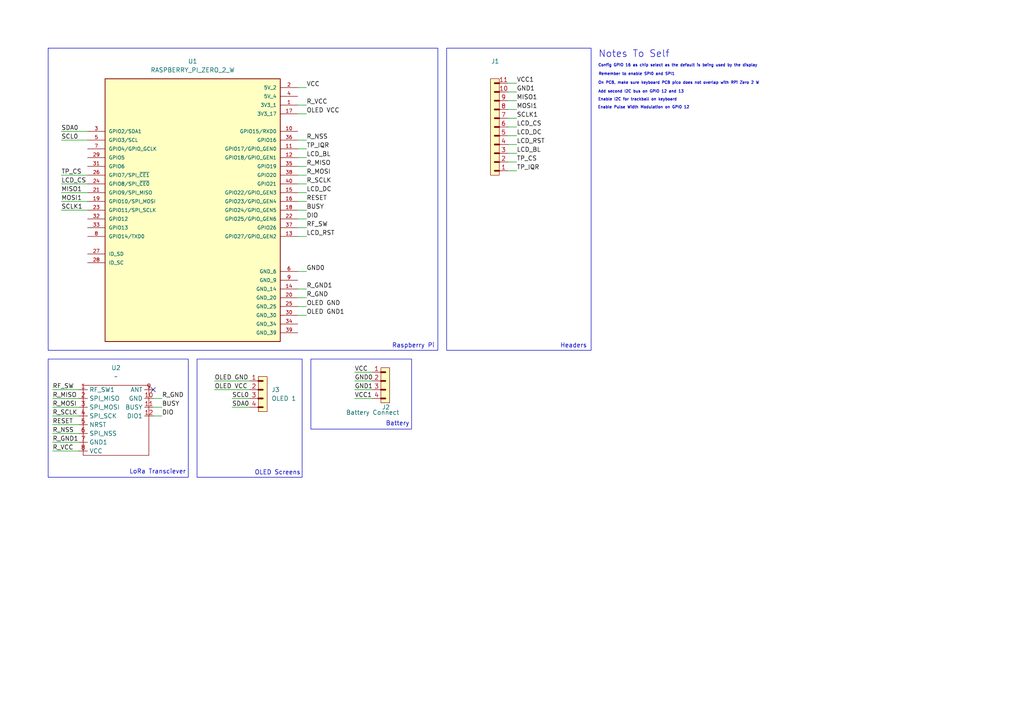
<source format=kicad_sch>
(kicad_sch
	(version 20250114)
	(generator "eeschema")
	(generator_version "9.0")
	(uuid "63c998c6-8315-4366-902c-c02ae38b67ea")
	(paper "A4")
	(title_block
		(title "Motherboard")
		(date "2025-11-29")
	)
	(lib_symbols
		(symbol "Oscar's KiCAD symbols:Seeed_sx1262"
			(exclude_from_sim no)
			(in_bom yes)
			(on_board yes)
			(property "Reference" "U"
				(at 6.35 27.686 0)
				(effects
					(font
						(size 1.27 1.27)
					)
				)
			)
			(property "Value" ""
				(at 0 0 0)
				(effects
					(font
						(size 1.27 1.27)
					)
				)
			)
			(property "Footprint" ""
				(at 0 0 0)
				(effects
					(font
						(size 1.27 1.27)
					)
					(hide yes)
				)
			)
			(property "Datasheet" ""
				(at 0 0 0)
				(effects
					(font
						(size 1.27 1.27)
					)
					(hide yes)
				)
			)
			(property "Description" ""
				(at 0 0 0)
				(effects
					(font
						(size 1.27 1.27)
					)
					(hide yes)
				)
			)
			(symbol "Seeed_sx1262_0_1"
				(rectangle
					(start -3.81 26.67)
					(end 15.24 6.35)
					(stroke
						(width 0)
						(type default)
					)
					(fill
						(type none)
					)
				)
			)
			(symbol "Seeed_sx1262_1_1"
				(pin unspecified line
					(at -5.08 25.4 0)
					(length 2.54)
					(name "RF_SW1"
						(effects
							(font
								(size 1.27 1.27)
							)
						)
					)
					(number "1"
						(effects
							(font
								(size 1.27 1.27)
							)
						)
					)
				)
				(pin unspecified line
					(at -5.08 22.86 0)
					(length 2.54)
					(name "SPI_MISO"
						(effects
							(font
								(size 1.27 1.27)
							)
						)
					)
					(number "2"
						(effects
							(font
								(size 1.27 1.27)
							)
						)
					)
				)
				(pin unspecified line
					(at -5.08 20.32 0)
					(length 2.54)
					(name "SPI_MOSI"
						(effects
							(font
								(size 1.27 1.27)
							)
						)
					)
					(number "3"
						(effects
							(font
								(size 1.27 1.27)
							)
						)
					)
				)
				(pin unspecified line
					(at -5.08 17.78 0)
					(length 2.54)
					(name "SPI_SCK"
						(effects
							(font
								(size 1.27 1.27)
							)
						)
					)
					(number "4"
						(effects
							(font
								(size 1.27 1.27)
							)
						)
					)
				)
				(pin unspecified line
					(at -5.08 15.24 0)
					(length 2.54)
					(name "NRST"
						(effects
							(font
								(size 1.27 1.27)
							)
						)
					)
					(number "5"
						(effects
							(font
								(size 1.27 1.27)
							)
						)
					)
				)
				(pin unspecified line
					(at -5.08 12.7 0)
					(length 2.54)
					(name "SPI_NSS"
						(effects
							(font
								(size 1.27 1.27)
							)
						)
					)
					(number "6"
						(effects
							(font
								(size 1.27 1.27)
							)
						)
					)
				)
				(pin unspecified line
					(at -5.08 10.16 0)
					(length 2.54)
					(name "GND1"
						(effects
							(font
								(size 1.27 1.27)
							)
						)
					)
					(number "7"
						(effects
							(font
								(size 1.27 1.27)
							)
						)
					)
				)
				(pin unspecified line
					(at -5.08 7.62 0)
					(length 2.54)
					(name "VCC"
						(effects
							(font
								(size 1.27 1.27)
							)
						)
					)
					(number "8"
						(effects
							(font
								(size 1.27 1.27)
							)
						)
					)
				)
				(pin unspecified line
					(at 16.51 25.4 180)
					(length 2.54)
					(name "ANT"
						(effects
							(font
								(size 1.27 1.27)
							)
						)
					)
					(number "9"
						(effects
							(font
								(size 1.27 1.27)
							)
						)
					)
				)
				(pin unspecified line
					(at 16.51 22.86 180)
					(length 2.54)
					(name "GND"
						(effects
							(font
								(size 1.27 1.27)
							)
						)
					)
					(number "10"
						(effects
							(font
								(size 1.27 1.27)
							)
						)
					)
				)
				(pin unspecified line
					(at 16.51 20.32 180)
					(length 2.54)
					(name "BUSY"
						(effects
							(font
								(size 1.27 1.27)
							)
						)
					)
					(number "11"
						(effects
							(font
								(size 1.27 1.27)
							)
						)
					)
				)
				(pin unspecified line
					(at 16.51 17.78 180)
					(length 2.54)
					(name "DIO1"
						(effects
							(font
								(size 1.27 1.27)
							)
						)
					)
					(number "12"
						(effects
							(font
								(size 1.27 1.27)
							)
						)
					)
				)
			)
			(embedded_fonts no)
		)
		(symbol "PCM_SL_Pin_Headers:PINHD_1x11_Male"
			(exclude_from_sim no)
			(in_bom yes)
			(on_board yes)
			(property "Reference" "J"
				(at 0 17.78 0)
				(effects
					(font
						(size 1.27 1.27)
					)
				)
			)
			(property "Value" "PINHD_1x11_Male"
				(at 0 15.24 0)
				(effects
					(font
						(size 1.27 1.27)
					)
				)
			)
			(property "Footprint" "Connector_PinHeader_2.54mm:PinHeader_1x11_P2.54mm_Vertical"
				(at -1.27 20.32 0)
				(effects
					(font
						(size 1.27 1.27)
					)
					(hide yes)
				)
			)
			(property "Datasheet" ""
				(at 0 19.05 0)
				(effects
					(font
						(size 1.27 1.27)
					)
					(hide yes)
				)
			)
			(property "Description" "Pin Header male with pin space 2.54mm. Pin Count -11"
				(at 0 0 0)
				(effects
					(font
						(size 1.27 1.27)
					)
					(hide yes)
				)
			)
			(property "ki_keywords" "Pin Header"
				(at 0 0 0)
				(effects
					(font
						(size 1.27 1.27)
					)
					(hide yes)
				)
			)
			(property "ki_fp_filters" "PinHeader_1x11_P2.54mm*"
				(at 0 0 0)
				(effects
					(font
						(size 1.27 1.27)
					)
					(hide yes)
				)
			)
			(symbol "PINHD_1x11_Male_0_1"
				(rectangle
					(start -1.27 13.97)
					(end 1.27 -13.97)
					(stroke
						(width 0)
						(type default)
					)
					(fill
						(type background)
					)
				)
				(polyline
					(pts
						(xy -1.27 12.7) (xy 0 12.7)
					)
					(stroke
						(width 0.5)
						(type default)
					)
					(fill
						(type none)
					)
				)
				(polyline
					(pts
						(xy -1.27 10.16) (xy 0 10.16)
					)
					(stroke
						(width 0.3)
						(type default)
					)
					(fill
						(type none)
					)
				)
				(polyline
					(pts
						(xy -1.27 10.16) (xy 0 10.16)
					)
					(stroke
						(width 0.5)
						(type default)
					)
					(fill
						(type none)
					)
				)
				(polyline
					(pts
						(xy -1.27 7.62) (xy 0 7.62)
					)
					(stroke
						(width 0.3)
						(type default)
					)
					(fill
						(type none)
					)
				)
				(polyline
					(pts
						(xy -1.27 7.62) (xy 0 7.62)
					)
					(stroke
						(width 0.5)
						(type default)
					)
					(fill
						(type none)
					)
				)
				(polyline
					(pts
						(xy -1.27 5.08) (xy 0 5.08)
					)
					(stroke
						(width 0.3)
						(type default)
					)
					(fill
						(type none)
					)
				)
				(polyline
					(pts
						(xy -1.27 5.08) (xy 0 5.08)
					)
					(stroke
						(width 0.5)
						(type default)
					)
					(fill
						(type none)
					)
				)
				(polyline
					(pts
						(xy -1.27 2.54) (xy 0 2.54)
					)
					(stroke
						(width 0.3)
						(type default)
					)
					(fill
						(type none)
					)
				)
				(polyline
					(pts
						(xy -1.27 2.54) (xy 0 2.54)
					)
					(stroke
						(width 0.5)
						(type default)
					)
					(fill
						(type none)
					)
				)
				(polyline
					(pts
						(xy -1.27 0) (xy 0 0)
					)
					(stroke
						(width 0.3)
						(type default)
					)
					(fill
						(type none)
					)
				)
				(polyline
					(pts
						(xy -1.27 0) (xy 0 0)
					)
					(stroke
						(width 0.5)
						(type default)
					)
					(fill
						(type none)
					)
				)
				(polyline
					(pts
						(xy -1.27 -2.54) (xy 0 -2.54)
					)
					(stroke
						(width 0.3)
						(type default)
					)
					(fill
						(type none)
					)
				)
				(polyline
					(pts
						(xy -1.27 -2.54) (xy 0 -2.54)
					)
					(stroke
						(width 0.5)
						(type default)
					)
					(fill
						(type none)
					)
				)
				(polyline
					(pts
						(xy -1.27 -5.08) (xy 0 -5.08)
					)
					(stroke
						(width 0.3)
						(type default)
					)
					(fill
						(type none)
					)
				)
				(polyline
					(pts
						(xy -1.27 -5.08) (xy 0 -5.08)
					)
					(stroke
						(width 0.5)
						(type default)
					)
					(fill
						(type none)
					)
				)
				(polyline
					(pts
						(xy -1.27 -7.62) (xy 0 -7.62)
					)
					(stroke
						(width 0.3)
						(type default)
					)
					(fill
						(type none)
					)
				)
				(polyline
					(pts
						(xy -1.27 -7.62) (xy 0 -7.62)
					)
					(stroke
						(width 0.5)
						(type default)
					)
					(fill
						(type none)
					)
				)
				(polyline
					(pts
						(xy -1.27 -10.16) (xy 0 -10.16)
					)
					(stroke
						(width 0.3)
						(type default)
					)
					(fill
						(type none)
					)
				)
				(polyline
					(pts
						(xy -1.27 -10.16) (xy 0 -10.16)
					)
					(stroke
						(width 0.5)
						(type default)
					)
					(fill
						(type none)
					)
				)
				(polyline
					(pts
						(xy -1.27 -12.7) (xy 0 -12.7)
					)
					(stroke
						(width 0.5)
						(type default)
					)
					(fill
						(type none)
					)
				)
			)
			(symbol "PINHD_1x11_Male_1_1"
				(pin passive line
					(at -3.81 12.7 0)
					(length 2.54)
					(name ""
						(effects
							(font
								(size 1.27 1.27)
							)
						)
					)
					(number "1"
						(effects
							(font
								(size 1.27 1.27)
							)
						)
					)
				)
				(pin passive line
					(at -3.81 10.16 0)
					(length 2.54)
					(name ""
						(effects
							(font
								(size 1.27 1.27)
							)
						)
					)
					(number "2"
						(effects
							(font
								(size 1.27 1.27)
							)
						)
					)
				)
				(pin passive line
					(at -3.81 7.62 0)
					(length 2.54)
					(name ""
						(effects
							(font
								(size 1.27 1.27)
							)
						)
					)
					(number "3"
						(effects
							(font
								(size 1.27 1.27)
							)
						)
					)
				)
				(pin passive line
					(at -3.81 5.08 0)
					(length 2.54)
					(name ""
						(effects
							(font
								(size 1.27 1.27)
							)
						)
					)
					(number "4"
						(effects
							(font
								(size 1.27 1.27)
							)
						)
					)
				)
				(pin passive line
					(at -3.81 2.54 0)
					(length 2.54)
					(name ""
						(effects
							(font
								(size 1.27 1.27)
							)
						)
					)
					(number "5"
						(effects
							(font
								(size 1.27 1.27)
							)
						)
					)
				)
				(pin passive line
					(at -3.81 0 0)
					(length 2.54)
					(name ""
						(effects
							(font
								(size 1.27 1.27)
							)
						)
					)
					(number "6"
						(effects
							(font
								(size 1.27 1.27)
							)
						)
					)
				)
				(pin passive line
					(at -3.81 -2.54 0)
					(length 2.54)
					(name ""
						(effects
							(font
								(size 1.27 1.27)
							)
						)
					)
					(number "7"
						(effects
							(font
								(size 1.27 1.27)
							)
						)
					)
				)
				(pin passive line
					(at -3.81 -5.08 0)
					(length 2.54)
					(name ""
						(effects
							(font
								(size 1.27 1.27)
							)
						)
					)
					(number "8"
						(effects
							(font
								(size 1.27 1.27)
							)
						)
					)
				)
				(pin passive line
					(at -3.81 -7.62 0)
					(length 2.54)
					(name ""
						(effects
							(font
								(size 1.27 1.27)
							)
						)
					)
					(number "9"
						(effects
							(font
								(size 1.27 1.27)
							)
						)
					)
				)
				(pin passive line
					(at -3.81 -10.16 0)
					(length 2.54)
					(name ""
						(effects
							(font
								(size 1.27 1.27)
							)
						)
					)
					(number "10"
						(effects
							(font
								(size 1.27 1.27)
							)
						)
					)
				)
				(pin passive line
					(at -3.81 -12.7 0)
					(length 2.54)
					(name ""
						(effects
							(font
								(size 1.27 1.27)
							)
						)
					)
					(number "11"
						(effects
							(font
								(size 1.27 1.27)
							)
						)
					)
				)
			)
			(embedded_fonts no)
		)
		(symbol "PCM_SL_Pin_Headers:PINHD_1x4_Male"
			(exclude_from_sim no)
			(in_bom yes)
			(on_board yes)
			(property "Reference" "J"
				(at 0 8.89 0)
				(effects
					(font
						(size 1.27 1.27)
					)
				)
			)
			(property "Value" "PINHD_1x4_Male"
				(at 0 6.35 0)
				(effects
					(font
						(size 1.27 1.27)
					)
				)
			)
			(property "Footprint" "Connector_PinHeader_2.54mm:PinHeader_1x04_P2.54mm_Vertical"
				(at -1.27 11.43 0)
				(effects
					(font
						(size 1.27 1.27)
					)
					(hide yes)
				)
			)
			(property "Datasheet" ""
				(at 0 10.16 0)
				(effects
					(font
						(size 1.27 1.27)
					)
					(hide yes)
				)
			)
			(property "Description" "Pin Header male with pin space 2.54mm. Pin Count -4"
				(at 0 0 0)
				(effects
					(font
						(size 1.27 1.27)
					)
					(hide yes)
				)
			)
			(property "ki_keywords" "Pin Header"
				(at 0 0 0)
				(effects
					(font
						(size 1.27 1.27)
					)
					(hide yes)
				)
			)
			(property "ki_fp_filters" "PinHeader_1x04_P2.54mm*"
				(at 0 0 0)
				(effects
					(font
						(size 1.27 1.27)
					)
					(hide yes)
				)
			)
			(symbol "PINHD_1x4_Male_0_1"
				(rectangle
					(start -1.27 5.08)
					(end 1.27 -5.08)
					(stroke
						(width 0)
						(type default)
					)
					(fill
						(type background)
					)
				)
				(polyline
					(pts
						(xy -1.27 3.81) (xy 0 3.81)
					)
					(stroke
						(width 0.3)
						(type default)
					)
					(fill
						(type none)
					)
				)
				(polyline
					(pts
						(xy -1.27 3.81) (xy 0 3.81)
					)
					(stroke
						(width 0.5)
						(type default)
					)
					(fill
						(type none)
					)
				)
				(polyline
					(pts
						(xy -1.27 1.27) (xy 0 1.27)
					)
					(stroke
						(width 0.3)
						(type default)
					)
					(fill
						(type none)
					)
				)
				(polyline
					(pts
						(xy -1.27 1.27) (xy 0 1.27)
					)
					(stroke
						(width 0.5)
						(type default)
					)
					(fill
						(type none)
					)
				)
				(polyline
					(pts
						(xy -1.27 -1.27) (xy 0 -1.27)
					)
					(stroke
						(width 0.3)
						(type default)
					)
					(fill
						(type none)
					)
				)
				(polyline
					(pts
						(xy -1.27 -1.27) (xy 0 -1.27)
					)
					(stroke
						(width 0.5)
						(type default)
					)
					(fill
						(type none)
					)
				)
				(polyline
					(pts
						(xy -1.27 -3.81) (xy 0 -3.81)
					)
					(stroke
						(width 0.3)
						(type default)
					)
					(fill
						(type none)
					)
				)
				(polyline
					(pts
						(xy -1.27 -3.81) (xy 0 -3.81)
					)
					(stroke
						(width 0.5)
						(type default)
					)
					(fill
						(type none)
					)
				)
			)
			(symbol "PINHD_1x4_Male_1_1"
				(pin passive line
					(at -3.81 3.81 0)
					(length 2.54)
					(name ""
						(effects
							(font
								(size 1.27 1.27)
							)
						)
					)
					(number "1"
						(effects
							(font
								(size 1.27 1.27)
							)
						)
					)
				)
				(pin passive line
					(at -3.81 1.27 0)
					(length 2.54)
					(name ""
						(effects
							(font
								(size 1.27 1.27)
							)
						)
					)
					(number "2"
						(effects
							(font
								(size 1.27 1.27)
							)
						)
					)
				)
				(pin passive line
					(at -3.81 -1.27 0)
					(length 2.54)
					(name ""
						(effects
							(font
								(size 1.27 1.27)
							)
						)
					)
					(number "3"
						(effects
							(font
								(size 1.27 1.27)
							)
						)
					)
				)
				(pin passive line
					(at -3.81 -3.81 0)
					(length 2.54)
					(name ""
						(effects
							(font
								(size 1.27 1.27)
							)
						)
					)
					(number "4"
						(effects
							(font
								(size 1.27 1.27)
							)
						)
					)
				)
			)
			(embedded_fonts no)
		)
		(symbol "RASPBERRY_PI_ZERO_2_W:RASPBERRY_PI_ZERO_2_W"
			(pin_names
				(offset 1.016)
			)
			(exclude_from_sim no)
			(in_bom yes)
			(on_board yes)
			(property "Reference" "U"
				(at -25.42 39.3962 0)
				(effects
					(font
						(size 1.27 1.27)
					)
					(justify left bottom)
				)
			)
			(property "Value" "RASPBERRY_PI_ZERO_2_W"
				(at -25.4191 -40.6687 0)
				(effects
					(font
						(size 1.27 1.27)
					)
					(justify left bottom)
				)
			)
			(property "Footprint" "RASPBERRY_PI_ZERO_2_W:MODULE_RASPBERRY_PI_ZERO_2_W"
				(at 0 0 0)
				(effects
					(font
						(size 1.27 1.27)
					)
					(justify bottom)
					(hide yes)
				)
			)
			(property "Datasheet" ""
				(at 0 0 0)
				(effects
					(font
						(size 1.27 1.27)
					)
					(hide yes)
				)
			)
			(property "Description" ""
				(at 0 0 0)
				(effects
					(font
						(size 1.27 1.27)
					)
					(hide yes)
				)
			)
			(property "MF" "Raspberry Pi"
				(at 0 0 0)
				(effects
					(font
						(size 1.27 1.27)
					)
					(justify bottom)
					(hide yes)
				)
			)
			(property "Description_1" "At the heart of Raspberry Pi Zero 2 W is RP3A0, a custom-built system-in-package designed by Raspberry Pi in the UK."
				(at 0 0 0)
				(effects
					(font
						(size 1.27 1.27)
					)
					(justify bottom)
					(hide yes)
				)
			)
			(property "Package" "None"
				(at 0 0 0)
				(effects
					(font
						(size 1.27 1.27)
					)
					(justify bottom)
					(hide yes)
				)
			)
			(property "Price" "None"
				(at 0 0 0)
				(effects
					(font
						(size 1.27 1.27)
					)
					(justify bottom)
					(hide yes)
				)
			)
			(property "Check_prices" "https://www.snapeda.com/parts/RASPBERRY%20PI%20ZERO%202%20W/Raspberry+Pi/view-part/?ref=eda"
				(at 0 0 0)
				(effects
					(font
						(size 1.27 1.27)
					)
					(justify bottom)
					(hide yes)
				)
			)
			(property "STANDARD" "Manufacturer Recommendations"
				(at 0 0 0)
				(effects
					(font
						(size 1.27 1.27)
					)
					(justify bottom)
					(hide yes)
				)
			)
			(property "PARTREV" "April 2024"
				(at 0 0 0)
				(effects
					(font
						(size 1.27 1.27)
					)
					(justify bottom)
					(hide yes)
				)
			)
			(property "SnapEDA_Link" "https://www.snapeda.com/parts/RASPBERRY%20PI%20ZERO%202%20W/Raspberry+Pi/view-part/?ref=snap"
				(at 0 0 0)
				(effects
					(font
						(size 1.27 1.27)
					)
					(justify bottom)
					(hide yes)
				)
			)
			(property "MP" "RASPBERRY PI ZERO 2 W"
				(at 0 0 0)
				(effects
					(font
						(size 1.27 1.27)
					)
					(justify bottom)
					(hide yes)
				)
			)
			(property "Availability" "In Stock"
				(at 0 0 0)
				(effects
					(font
						(size 1.27 1.27)
					)
					(justify bottom)
					(hide yes)
				)
			)
			(property "MANUFACTURER" "Raspberry Pi"
				(at 0 0 0)
				(effects
					(font
						(size 1.27 1.27)
					)
					(justify bottom)
					(hide yes)
				)
			)
			(symbol "RASPBERRY_PI_ZERO_2_W_0_0"
				(rectangle
					(start -25.4 -38.1)
					(end 25.4 38.1)
					(stroke
						(width 0.254)
						(type default)
					)
					(fill
						(type background)
					)
				)
				(pin bidirectional line
					(at -30.48 22.86 0)
					(length 5.08)
					(name "GPIO2/SDA1"
						(effects
							(font
								(size 1.016 1.016)
							)
						)
					)
					(number "3"
						(effects
							(font
								(size 1.016 1.016)
							)
						)
					)
				)
				(pin bidirectional line
					(at -30.48 20.32 0)
					(length 5.08)
					(name "GPIO3/SCL"
						(effects
							(font
								(size 1.016 1.016)
							)
						)
					)
					(number "5"
						(effects
							(font
								(size 1.016 1.016)
							)
						)
					)
				)
				(pin bidirectional line
					(at -30.48 17.78 0)
					(length 5.08)
					(name "GPIO4/GPIO_GCLK"
						(effects
							(font
								(size 1.016 1.016)
							)
						)
					)
					(number "7"
						(effects
							(font
								(size 1.016 1.016)
							)
						)
					)
				)
				(pin bidirectional line
					(at -30.48 15.24 0)
					(length 5.08)
					(name "GPIO5"
						(effects
							(font
								(size 1.016 1.016)
							)
						)
					)
					(number "29"
						(effects
							(font
								(size 1.016 1.016)
							)
						)
					)
				)
				(pin bidirectional line
					(at -30.48 12.7 0)
					(length 5.08)
					(name "GPIO6"
						(effects
							(font
								(size 1.016 1.016)
							)
						)
					)
					(number "31"
						(effects
							(font
								(size 1.016 1.016)
							)
						)
					)
				)
				(pin bidirectional line
					(at -30.48 10.16 0)
					(length 5.08)
					(name "GPIO7/SPI_~{CE1}"
						(effects
							(font
								(size 1.016 1.016)
							)
						)
					)
					(number "26"
						(effects
							(font
								(size 1.016 1.016)
							)
						)
					)
				)
				(pin bidirectional line
					(at -30.48 7.62 0)
					(length 5.08)
					(name "GPIO8/SPI_~{CE0}"
						(effects
							(font
								(size 1.016 1.016)
							)
						)
					)
					(number "24"
						(effects
							(font
								(size 1.016 1.016)
							)
						)
					)
				)
				(pin bidirectional line
					(at -30.48 5.08 0)
					(length 5.08)
					(name "GPIO9/SPI_MISO"
						(effects
							(font
								(size 1.016 1.016)
							)
						)
					)
					(number "21"
						(effects
							(font
								(size 1.016 1.016)
							)
						)
					)
				)
				(pin bidirectional line
					(at -30.48 2.54 0)
					(length 5.08)
					(name "GPIO10/SPI_MOSI"
						(effects
							(font
								(size 1.016 1.016)
							)
						)
					)
					(number "19"
						(effects
							(font
								(size 1.016 1.016)
							)
						)
					)
				)
				(pin bidirectional line
					(at -30.48 0 0)
					(length 5.08)
					(name "GPIO11/SPI_SCLK"
						(effects
							(font
								(size 1.016 1.016)
							)
						)
					)
					(number "23"
						(effects
							(font
								(size 1.016 1.016)
							)
						)
					)
				)
				(pin bidirectional line
					(at -30.48 -2.54 0)
					(length 5.08)
					(name "GPIO12"
						(effects
							(font
								(size 1.016 1.016)
							)
						)
					)
					(number "32"
						(effects
							(font
								(size 1.016 1.016)
							)
						)
					)
				)
				(pin bidirectional line
					(at -30.48 -5.08 0)
					(length 5.08)
					(name "GPIO13"
						(effects
							(font
								(size 1.016 1.016)
							)
						)
					)
					(number "33"
						(effects
							(font
								(size 1.016 1.016)
							)
						)
					)
				)
				(pin bidirectional line
					(at -30.48 -7.62 0)
					(length 5.08)
					(name "GPIO14/TXD0"
						(effects
							(font
								(size 1.016 1.016)
							)
						)
					)
					(number "8"
						(effects
							(font
								(size 1.016 1.016)
							)
						)
					)
				)
				(pin bidirectional line
					(at -30.48 -12.7 0)
					(length 5.08)
					(name "ID_SD"
						(effects
							(font
								(size 1.016 1.016)
							)
						)
					)
					(number "27"
						(effects
							(font
								(size 1.016 1.016)
							)
						)
					)
				)
				(pin bidirectional line
					(at -30.48 -15.24 0)
					(length 5.08)
					(name "ID_SC"
						(effects
							(font
								(size 1.016 1.016)
							)
						)
					)
					(number "28"
						(effects
							(font
								(size 1.016 1.016)
							)
						)
					)
				)
				(pin power_in line
					(at 30.48 35.56 180)
					(length 5.08)
					(name "5V_2"
						(effects
							(font
								(size 1.016 1.016)
							)
						)
					)
					(number "2"
						(effects
							(font
								(size 1.016 1.016)
							)
						)
					)
				)
				(pin power_in line
					(at 30.48 33.02 180)
					(length 5.08)
					(name "5V_4"
						(effects
							(font
								(size 1.016 1.016)
							)
						)
					)
					(number "4"
						(effects
							(font
								(size 1.016 1.016)
							)
						)
					)
				)
				(pin power_in line
					(at 30.48 30.48 180)
					(length 5.08)
					(name "3V3_1"
						(effects
							(font
								(size 1.016 1.016)
							)
						)
					)
					(number "1"
						(effects
							(font
								(size 1.016 1.016)
							)
						)
					)
				)
				(pin power_in line
					(at 30.48 27.94 180)
					(length 5.08)
					(name "3V3_17"
						(effects
							(font
								(size 1.016 1.016)
							)
						)
					)
					(number "17"
						(effects
							(font
								(size 1.016 1.016)
							)
						)
					)
				)
				(pin bidirectional line
					(at 30.48 22.86 180)
					(length 5.08)
					(name "GPIO15/RXD0"
						(effects
							(font
								(size 1.016 1.016)
							)
						)
					)
					(number "10"
						(effects
							(font
								(size 1.016 1.016)
							)
						)
					)
				)
				(pin bidirectional line
					(at 30.48 20.32 180)
					(length 5.08)
					(name "GPIO16"
						(effects
							(font
								(size 1.016 1.016)
							)
						)
					)
					(number "36"
						(effects
							(font
								(size 1.016 1.016)
							)
						)
					)
				)
				(pin bidirectional line
					(at 30.48 17.78 180)
					(length 5.08)
					(name "GPIO17/GPIO_GEN0"
						(effects
							(font
								(size 1.016 1.016)
							)
						)
					)
					(number "11"
						(effects
							(font
								(size 1.016 1.016)
							)
						)
					)
				)
				(pin bidirectional line
					(at 30.48 15.24 180)
					(length 5.08)
					(name "GPIO18/GPIO_GEN1"
						(effects
							(font
								(size 1.016 1.016)
							)
						)
					)
					(number "12"
						(effects
							(font
								(size 1.016 1.016)
							)
						)
					)
				)
				(pin bidirectional line
					(at 30.48 12.7 180)
					(length 5.08)
					(name "GPIO19"
						(effects
							(font
								(size 1.016 1.016)
							)
						)
					)
					(number "35"
						(effects
							(font
								(size 1.016 1.016)
							)
						)
					)
				)
				(pin bidirectional line
					(at 30.48 10.16 180)
					(length 5.08)
					(name "GPIO20"
						(effects
							(font
								(size 1.016 1.016)
							)
						)
					)
					(number "38"
						(effects
							(font
								(size 1.016 1.016)
							)
						)
					)
				)
				(pin bidirectional line
					(at 30.48 7.62 180)
					(length 5.08)
					(name "GPIO21"
						(effects
							(font
								(size 1.016 1.016)
							)
						)
					)
					(number "40"
						(effects
							(font
								(size 1.016 1.016)
							)
						)
					)
				)
				(pin bidirectional line
					(at 30.48 5.08 180)
					(length 5.08)
					(name "GPIO22/GPIO_GEN3"
						(effects
							(font
								(size 1.016 1.016)
							)
						)
					)
					(number "15"
						(effects
							(font
								(size 1.016 1.016)
							)
						)
					)
				)
				(pin bidirectional line
					(at 30.48 2.54 180)
					(length 5.08)
					(name "GPIO23/GPIO_GEN4"
						(effects
							(font
								(size 1.016 1.016)
							)
						)
					)
					(number "16"
						(effects
							(font
								(size 1.016 1.016)
							)
						)
					)
				)
				(pin bidirectional line
					(at 30.48 0 180)
					(length 5.08)
					(name "GPIO24/GPIO_GEN5"
						(effects
							(font
								(size 1.016 1.016)
							)
						)
					)
					(number "18"
						(effects
							(font
								(size 1.016 1.016)
							)
						)
					)
				)
				(pin bidirectional line
					(at 30.48 -2.54 180)
					(length 5.08)
					(name "GPIO25/GPIO_GEN6"
						(effects
							(font
								(size 1.016 1.016)
							)
						)
					)
					(number "22"
						(effects
							(font
								(size 1.016 1.016)
							)
						)
					)
				)
				(pin bidirectional line
					(at 30.48 -5.08 180)
					(length 5.08)
					(name "GPIO26"
						(effects
							(font
								(size 1.016 1.016)
							)
						)
					)
					(number "37"
						(effects
							(font
								(size 1.016 1.016)
							)
						)
					)
				)
				(pin bidirectional line
					(at 30.48 -7.62 180)
					(length 5.08)
					(name "GPIO27/GPIO_GEN2"
						(effects
							(font
								(size 1.016 1.016)
							)
						)
					)
					(number "13"
						(effects
							(font
								(size 1.016 1.016)
							)
						)
					)
				)
				(pin power_in line
					(at 30.48 -17.78 180)
					(length 5.08)
					(name "GND_6"
						(effects
							(font
								(size 1.016 1.016)
							)
						)
					)
					(number "6"
						(effects
							(font
								(size 1.016 1.016)
							)
						)
					)
				)
				(pin power_in line
					(at 30.48 -20.32 180)
					(length 5.08)
					(name "GND_9"
						(effects
							(font
								(size 1.016 1.016)
							)
						)
					)
					(number "9"
						(effects
							(font
								(size 1.016 1.016)
							)
						)
					)
				)
				(pin power_in line
					(at 30.48 -22.86 180)
					(length 5.08)
					(name "GND_14"
						(effects
							(font
								(size 1.016 1.016)
							)
						)
					)
					(number "14"
						(effects
							(font
								(size 1.016 1.016)
							)
						)
					)
				)
				(pin power_in line
					(at 30.48 -25.4 180)
					(length 5.08)
					(name "GND_20"
						(effects
							(font
								(size 1.016 1.016)
							)
						)
					)
					(number "20"
						(effects
							(font
								(size 1.016 1.016)
							)
						)
					)
				)
				(pin power_in line
					(at 30.48 -27.94 180)
					(length 5.08)
					(name "GND_25"
						(effects
							(font
								(size 1.016 1.016)
							)
						)
					)
					(number "25"
						(effects
							(font
								(size 1.016 1.016)
							)
						)
					)
				)
				(pin power_in line
					(at 30.48 -30.48 180)
					(length 5.08)
					(name "GND_30"
						(effects
							(font
								(size 1.016 1.016)
							)
						)
					)
					(number "30"
						(effects
							(font
								(size 1.016 1.016)
							)
						)
					)
				)
				(pin power_in line
					(at 30.48 -33.02 180)
					(length 5.08)
					(name "GND_34"
						(effects
							(font
								(size 1.016 1.016)
							)
						)
					)
					(number "34"
						(effects
							(font
								(size 1.016 1.016)
							)
						)
					)
				)
				(pin power_in line
					(at 30.48 -35.56 180)
					(length 5.08)
					(name "GND_39"
						(effects
							(font
								(size 1.016 1.016)
							)
						)
					)
					(number "39"
						(effects
							(font
								(size 1.016 1.016)
							)
						)
					)
				)
			)
			(embedded_fonts no)
		)
	)
	(rectangle
		(start 129.54 13.97)
		(end 171.45 101.6)
		(stroke
			(width 0)
			(type default)
		)
		(fill
			(type none)
		)
		(uuid 0094c6ac-ce5b-48ac-bc9a-c140dfa16917)
	)
	(rectangle
		(start 90.17 104.14)
		(end 119.38 124.46)
		(stroke
			(width 0)
			(type default)
		)
		(fill
			(type none)
		)
		(uuid 0c9caa42-c0e2-49b4-afe5-93b755e3fded)
	)
	(rectangle
		(start 13.97 104.14)
		(end 54.61 138.43)
		(stroke
			(width 0)
			(type default)
		)
		(fill
			(type none)
		)
		(uuid 783545f9-c30a-4a9c-acc5-ccc42fe78046)
	)
	(rectangle
		(start 13.97 13.97)
		(end 127 101.6)
		(stroke
			(width 0)
			(type default)
		)
		(fill
			(type none)
		)
		(uuid 8cbf6848-f70e-4407-9dfb-988eb9677b70)
	)
	(rectangle
		(start 57.15 104.14)
		(end 87.63 138.43)
		(stroke
			(width 0)
			(type default)
		)
		(fill
			(type none)
		)
		(uuid a85dda67-9414-4661-bb9f-bb048b5af7e1)
	)
	(text "Battery"
		(exclude_from_sim no)
		(at 115.316 122.936 0)
		(effects
			(font
				(size 1.27 1.27)
			)
		)
		(uuid "0afb1360-5369-4611-a24c-ae2d9ab54564")
	)
	(text "Notes To Self"
		(exclude_from_sim no)
		(at 183.896 15.748 0)
		(effects
			(font
				(size 2 2)
			)
		)
		(uuid "1934d39a-4202-484c-ae66-f6052c6051f5")
	)
	(text "OLED Screens"
		(exclude_from_sim no)
		(at 80.518 137.16 0)
		(effects
			(font
				(size 1.27 1.27)
			)
		)
		(uuid "1fb1dc47-a05f-4035-a29b-b71adfa34bfd")
	)
	(text "Remember to enable SPI0 and SPI1"
		(exclude_from_sim no)
		(at 184.658 21.59 0)
		(effects
			(font
				(size 0.8 0.8)
			)
		)
		(uuid "22beb666-071e-4f3c-a006-bfc910b5163f")
	)
	(text "Raspberry Pi"
		(exclude_from_sim no)
		(at 119.888 100.33 0)
		(effects
			(font
				(size 1.27 1.27)
			)
		)
		(uuid "372efe5e-0e0a-432e-9688-13d45fe16cc8")
	)
	(text "Add second I2C bus on GPIO 12 and 13"
		(exclude_from_sim no)
		(at 185.928 26.67 0)
		(effects
			(font
				(size 0.8 0.8)
			)
		)
		(uuid "54e101bb-44c0-45dd-a1a1-37dbb8cebba5")
	)
	(text "Enable Pulse Width Modulation on GPIO 12"
		(exclude_from_sim no)
		(at 186.69 31.242 0)
		(effects
			(font
				(size 0.8 0.8)
			)
		)
		(uuid "6ca71882-1245-4ea5-861d-1c9bd1465e57")
	)
	(text "Enable I2C for trackball on keyboard"
		(exclude_from_sim no)
		(at 184.912 28.956 0)
		(effects
			(font
				(size 0.8 0.8)
			)
		)
		(uuid "9fd4c980-448c-46d3-be05-ebe81db94616")
	)
	(text "LoRa Transciever"
		(exclude_from_sim no)
		(at 45.72 136.906 0)
		(effects
			(font
				(size 1.27 1.27)
			)
		)
		(uuid "a1bfc674-7e7c-4c3c-bc85-c80bfd90e2f7")
	)
	(text "Config GPIO 16 as chip select as the default is being used by the display"
		(exclude_from_sim no)
		(at 196.596 19.05 0)
		(effects
			(font
				(size 0.8 0.8)
			)
		)
		(uuid "c00d653c-e100-468a-b48f-7d393e42c477")
	)
	(text "Headers"
		(exclude_from_sim no)
		(at 166.37 100.33 0)
		(effects
			(font
				(size 1.27 1.27)
			)
		)
		(uuid "d2ebdb45-a665-4afc-bfe8-2aad17021b80")
	)
	(text "On PCB, make sure keyboard PCB pico does not overlap with RPi Zero 2 W"
		(exclude_from_sim no)
		(at 196.85 24.13 0)
		(effects
			(font
				(size 0.8 0.8)
			)
		)
		(uuid "e41f582a-6646-450f-935b-d624f25dab11")
	)
	(no_connect
		(at 44.45 113.03)
		(uuid "ae69ce44-6ccb-4b53-bc09-d6902b8c5287")
	)
	(wire
		(pts
			(xy 88.9 33.02) (xy 86.36 33.02)
		)
		(stroke
			(width 0)
			(type default)
		)
		(uuid "09da8e41-4e95-44c2-98bc-22b99372df29")
	)
	(wire
		(pts
			(xy 149.86 31.75) (xy 147.32 31.75)
		)
		(stroke
			(width 0)
			(type default)
		)
		(uuid "0bf29bb8-62de-4b28-8517-52812197b19f")
	)
	(wire
		(pts
			(xy 17.78 58.42) (xy 25.4 58.42)
		)
		(stroke
			(width 0)
			(type default)
		)
		(uuid "10f2eb9c-9004-4f47-a866-ae5d086d4f27")
	)
	(wire
		(pts
			(xy 15.24 113.03) (xy 22.86 113.03)
		)
		(stroke
			(width 0)
			(type default)
		)
		(uuid "12b07e35-d2de-496b-94be-53451f84bca5")
	)
	(wire
		(pts
			(xy 46.99 118.11) (xy 44.45 118.11)
		)
		(stroke
			(width 0)
			(type default)
		)
		(uuid "14c28079-6a10-4917-bdaf-a86965355871")
	)
	(wire
		(pts
			(xy 88.9 50.8) (xy 86.36 50.8)
		)
		(stroke
			(width 0)
			(type default)
		)
		(uuid "1a12174e-eed4-4261-800d-f83e9385094f")
	)
	(wire
		(pts
			(xy 88.9 66.04) (xy 86.36 66.04)
		)
		(stroke
			(width 0)
			(type default)
		)
		(uuid "1e6adf5d-8920-4677-b292-347611829903")
	)
	(wire
		(pts
			(xy 62.23 113.03) (xy 72.39 113.03)
		)
		(stroke
			(width 0)
			(type default)
		)
		(uuid "1f9233a9-2cca-480e-872e-df497a52de37")
	)
	(wire
		(pts
			(xy 15.24 125.73) (xy 22.86 125.73)
		)
		(stroke
			(width 0)
			(type default)
		)
		(uuid "2bdc6fc5-d2d6-441f-850f-4e760699cec4")
	)
	(wire
		(pts
			(xy 88.9 40.64) (xy 86.36 40.64)
		)
		(stroke
			(width 0)
			(type default)
		)
		(uuid "3292faee-8204-4d8e-b10f-b2e97c5c5f48")
	)
	(wire
		(pts
			(xy 88.9 48.26) (xy 86.36 48.26)
		)
		(stroke
			(width 0)
			(type default)
		)
		(uuid "32d27e63-b378-4c32-ba48-a63cb2246020")
	)
	(wire
		(pts
			(xy 15.24 130.81) (xy 22.86 130.81)
		)
		(stroke
			(width 0)
			(type default)
		)
		(uuid "373ac10a-0d8c-40b6-9860-4f31b9469010")
	)
	(wire
		(pts
			(xy 46.99 120.65) (xy 44.45 120.65)
		)
		(stroke
			(width 0)
			(type default)
		)
		(uuid "388f0216-e9de-48c5-8cf3-05f508aad02f")
	)
	(wire
		(pts
			(xy 17.78 53.34) (xy 25.4 53.34)
		)
		(stroke
			(width 0)
			(type default)
		)
		(uuid "3fdc27c3-bab2-4ba6-84d7-ebce0be769d2")
	)
	(wire
		(pts
			(xy 88.9 25.4) (xy 86.36 25.4)
		)
		(stroke
			(width 0)
			(type default)
		)
		(uuid "4657acaa-ecf4-4364-b658-d46f0f48c3e0")
	)
	(wire
		(pts
			(xy 149.86 24.13) (xy 147.32 24.13)
		)
		(stroke
			(width 0)
			(type default)
		)
		(uuid "5631f658-d702-4428-aed3-c8cc86c03aee")
	)
	(wire
		(pts
			(xy 15.24 118.11) (xy 22.86 118.11)
		)
		(stroke
			(width 0)
			(type default)
		)
		(uuid "59b12324-b467-4d45-b8f9-6ab4672fbd06")
	)
	(wire
		(pts
			(xy 88.9 88.9) (xy 86.36 88.9)
		)
		(stroke
			(width 0)
			(type default)
		)
		(uuid "60dc9d82-443b-453b-8594-ab77d99aa231")
	)
	(wire
		(pts
			(xy 149.86 49.53) (xy 147.32 49.53)
		)
		(stroke
			(width 0)
			(type default)
		)
		(uuid "6481b739-9860-40bf-a430-216defe67dbd")
	)
	(wire
		(pts
			(xy 149.86 39.37) (xy 147.32 39.37)
		)
		(stroke
			(width 0)
			(type default)
		)
		(uuid "669b4b76-52cd-42e7-bb4e-e56e9690d587")
	)
	(wire
		(pts
			(xy 88.9 60.96) (xy 86.36 60.96)
		)
		(stroke
			(width 0)
			(type default)
		)
		(uuid "697ec4e4-6a1f-46b0-9e38-fdac02858a1a")
	)
	(wire
		(pts
			(xy 102.87 110.49) (xy 107.95 110.49)
		)
		(stroke
			(width 0)
			(type default)
		)
		(uuid "6d4ede43-ce2c-4c86-95f9-f3d1c58783b8")
	)
	(wire
		(pts
			(xy 67.31 118.11) (xy 72.39 118.11)
		)
		(stroke
			(width 0)
			(type default)
		)
		(uuid "70de8fcf-8530-472f-8bd9-90500897efb2")
	)
	(wire
		(pts
			(xy 88.9 58.42) (xy 86.36 58.42)
		)
		(stroke
			(width 0)
			(type default)
		)
		(uuid "7b07801a-a800-4c3c-86d9-fb44dd85bb7d")
	)
	(wire
		(pts
			(xy 15.24 123.19) (xy 22.86 123.19)
		)
		(stroke
			(width 0)
			(type default)
		)
		(uuid "803271f7-1c8f-43bf-99e5-3a093cf2a8ea")
	)
	(wire
		(pts
			(xy 88.9 43.18) (xy 86.36 43.18)
		)
		(stroke
			(width 0)
			(type default)
		)
		(uuid "89028765-b67c-4674-ba23-4d165fecfafd")
	)
	(wire
		(pts
			(xy 17.78 60.96) (xy 25.4 60.96)
		)
		(stroke
			(width 0)
			(type default)
		)
		(uuid "8c40c799-259b-4326-be7f-38dbda2d18ca")
	)
	(wire
		(pts
			(xy 102.87 115.57) (xy 107.95 115.57)
		)
		(stroke
			(width 0)
			(type default)
		)
		(uuid "8d215b51-904f-4a5f-98c9-039b264b6d9c")
	)
	(wire
		(pts
			(xy 149.86 41.91) (xy 147.32 41.91)
		)
		(stroke
			(width 0)
			(type default)
		)
		(uuid "95cc5a94-68b7-4c67-b28b-c38537ab2226")
	)
	(wire
		(pts
			(xy 149.86 34.29) (xy 147.32 34.29)
		)
		(stroke
			(width 0)
			(type default)
		)
		(uuid "9775c60a-9455-4274-b80b-b75806a109e8")
	)
	(wire
		(pts
			(xy 88.9 53.34) (xy 86.36 53.34)
		)
		(stroke
			(width 0)
			(type default)
		)
		(uuid "9a10056c-c134-444d-84d5-f14fb76e886f")
	)
	(wire
		(pts
			(xy 149.86 46.99) (xy 147.32 46.99)
		)
		(stroke
			(width 0)
			(type default)
		)
		(uuid "9b390436-872b-4965-8cfa-e87c4e5deb3c")
	)
	(wire
		(pts
			(xy 88.9 45.72) (xy 86.36 45.72)
		)
		(stroke
			(width 0)
			(type default)
		)
		(uuid "a225ee0f-b486-411f-911e-499cfea46290")
	)
	(wire
		(pts
			(xy 102.87 107.95) (xy 107.95 107.95)
		)
		(stroke
			(width 0)
			(type default)
		)
		(uuid "a81725d2-2452-45cd-adf7-6cbce91d45fa")
	)
	(wire
		(pts
			(xy 67.31 115.57) (xy 72.39 115.57)
		)
		(stroke
			(width 0)
			(type default)
		)
		(uuid "a8fbd8e3-1399-4f9a-936e-130e5a82b554")
	)
	(wire
		(pts
			(xy 149.86 26.67) (xy 147.32 26.67)
		)
		(stroke
			(width 0)
			(type default)
		)
		(uuid "aad6e246-c03d-48cb-9e4f-c745d4a814f0")
	)
	(wire
		(pts
			(xy 62.23 110.49) (xy 72.39 110.49)
		)
		(stroke
			(width 0)
			(type default)
		)
		(uuid "b23a07fa-6d48-46cf-add1-3188a7e20bd5")
	)
	(wire
		(pts
			(xy 88.9 55.88) (xy 86.36 55.88)
		)
		(stroke
			(width 0)
			(type default)
		)
		(uuid "b5d6a271-3c5b-45ad-9c85-3086282aabdb")
	)
	(wire
		(pts
			(xy 88.9 68.58) (xy 86.36 68.58)
		)
		(stroke
			(width 0)
			(type default)
		)
		(uuid "ba5eaff5-713c-45fb-bbd0-2f3cc4fa4cd6")
	)
	(wire
		(pts
			(xy 88.9 83.82) (xy 86.36 83.82)
		)
		(stroke
			(width 0)
			(type default)
		)
		(uuid "bbd04cf0-7de1-4c0c-95f6-731ab1ffc78c")
	)
	(wire
		(pts
			(xy 17.78 55.88) (xy 25.4 55.88)
		)
		(stroke
			(width 0)
			(type default)
		)
		(uuid "bc371bd3-2bc0-4bcd-983e-5df0e5ba788d")
	)
	(wire
		(pts
			(xy 15.24 115.57) (xy 22.86 115.57)
		)
		(stroke
			(width 0)
			(type default)
		)
		(uuid "bdd2c309-aa46-4beb-9e01-830411590f64")
	)
	(wire
		(pts
			(xy 17.78 50.8) (xy 25.4 50.8)
		)
		(stroke
			(width 0)
			(type default)
		)
		(uuid "c73f1313-73cf-401b-81a8-3849a33f682b")
	)
	(wire
		(pts
			(xy 149.86 36.83) (xy 147.32 36.83)
		)
		(stroke
			(width 0)
			(type default)
		)
		(uuid "cdbd65d2-6c4f-44c3-9224-22af1fc0e7ae")
	)
	(wire
		(pts
			(xy 88.9 63.5) (xy 86.36 63.5)
		)
		(stroke
			(width 0)
			(type default)
		)
		(uuid "d02f42b7-fb99-45e4-81aa-ba3d6ed29273")
	)
	(wire
		(pts
			(xy 17.78 38.1) (xy 25.4 38.1)
		)
		(stroke
			(width 0)
			(type default)
		)
		(uuid "d6e4912e-1f8f-4a29-b0a4-3d08a41c5dcc")
	)
	(wire
		(pts
			(xy 17.78 40.64) (xy 25.4 40.64)
		)
		(stroke
			(width 0)
			(type default)
		)
		(uuid "dfd956d4-a177-4238-8668-a9673bd248bd")
	)
	(wire
		(pts
			(xy 15.24 120.65) (xy 22.86 120.65)
		)
		(stroke
			(width 0)
			(type default)
		)
		(uuid "e256189e-7549-47e0-b167-6aceeca73788")
	)
	(wire
		(pts
			(xy 88.9 78.74) (xy 86.36 78.74)
		)
		(stroke
			(width 0)
			(type default)
		)
		(uuid "e727ff51-fb9b-4c12-9727-3334d57c1925")
	)
	(wire
		(pts
			(xy 149.86 44.45) (xy 147.32 44.45)
		)
		(stroke
			(width 0)
			(type default)
		)
		(uuid "e8f46cfa-c50e-4376-a05a-a8a6eb73c5c7")
	)
	(wire
		(pts
			(xy 88.9 91.44) (xy 86.36 91.44)
		)
		(stroke
			(width 0)
			(type default)
		)
		(uuid "ea278845-382d-4a24-b14b-0f36d3b249f4")
	)
	(wire
		(pts
			(xy 88.9 30.48) (xy 86.36 30.48)
		)
		(stroke
			(width 0)
			(type default)
		)
		(uuid "ea9b2e71-a18a-4702-8b9f-39b34d9c4cfd")
	)
	(wire
		(pts
			(xy 46.99 115.57) (xy 44.45 115.57)
		)
		(stroke
			(width 0)
			(type default)
		)
		(uuid "ed1645c1-f286-483f-9ee7-fe58cbb72bb3")
	)
	(wire
		(pts
			(xy 15.24 128.27) (xy 22.86 128.27)
		)
		(stroke
			(width 0)
			(type default)
		)
		(uuid "f4eab645-e5bf-4224-ba4d-c4bc207919bb")
	)
	(wire
		(pts
			(xy 102.87 113.03) (xy 107.95 113.03)
		)
		(stroke
			(width 0)
			(type default)
		)
		(uuid "fc0639e6-fb16-4b6c-9854-5ac966dbbf3b")
	)
	(wire
		(pts
			(xy 147.32 29.21) (xy 149.86 29.21)
		)
		(stroke
			(width 0)
			(type default)
		)
		(uuid "fcf66dfd-f8a9-45d3-a67d-b65d6fe125ab")
	)
	(wire
		(pts
			(xy 88.9 86.36) (xy 86.36 86.36)
		)
		(stroke
			(width 0)
			(type default)
		)
		(uuid "ffa63ed4-2975-4ab2-ab59-20c251574cb5")
	)
	(label "TP_CS"
		(at 17.78 50.8 0)
		(effects
			(font
				(size 1.27 1.27)
			)
			(justify left bottom)
		)
		(uuid "003cfaf8-b0cb-47e3-8ccf-c528d98313b7")
	)
	(label "RESET"
		(at 88.9 58.42 0)
		(effects
			(font
				(size 1.27 1.27)
			)
			(justify left bottom)
		)
		(uuid "1344b7c6-5a4c-4501-b4e4-850428070b9b")
	)
	(label "RF_SW"
		(at 15.24 113.03 0)
		(effects
			(font
				(size 1.27 1.27)
			)
			(justify left bottom)
		)
		(uuid "14e80d11-56bc-4e9c-83b0-866ab860f348")
	)
	(label "MOSI1"
		(at 149.86 31.75 0)
		(effects
			(font
				(size 1.27 1.27)
			)
			(justify left bottom)
		)
		(uuid "15b25a55-e67e-4ae9-a7d2-8d60c1d68631")
	)
	(label "LCD_BL"
		(at 149.86 44.45 0)
		(effects
			(font
				(size 1.27 1.27)
			)
			(justify left bottom)
		)
		(uuid "1bb5c857-b4ab-43e0-9e9d-0ff17d920197")
	)
	(label "VCC1"
		(at 149.86 24.13 0)
		(effects
			(font
				(size 1.27 1.27)
			)
			(justify left bottom)
		)
		(uuid "1c990c9e-f686-46d7-8bb7-f31efed80da2")
	)
	(label "TP_CS"
		(at 149.86 46.99 0)
		(effects
			(font
				(size 1.27 1.27)
			)
			(justify left bottom)
		)
		(uuid "21684632-7c10-4ecf-b224-415b9153c696")
	)
	(label "R_SCLK"
		(at 15.24 120.65 0)
		(effects
			(font
				(size 1.27 1.27)
			)
			(justify left bottom)
		)
		(uuid "24a12574-c386-42e9-a450-bd21bad8b3c9")
	)
	(label "SCL0"
		(at 67.31 115.57 0)
		(effects
			(font
				(size 1.27 1.27)
			)
			(justify left bottom)
		)
		(uuid "2cc3f9be-a23e-47fc-80b6-26c89555ee3d")
	)
	(label "SDA0"
		(at 17.78 38.1 0)
		(effects
			(font
				(size 1.27 1.27)
			)
			(justify left bottom)
		)
		(uuid "2e94cb26-c7f6-4883-a31f-94461d4c2209")
	)
	(label "OLED GND"
		(at 62.23 110.49 0)
		(effects
			(font
				(size 1.27 1.27)
			)
			(justify left bottom)
		)
		(uuid "303a145a-5fa5-478c-aac3-d1c48ced8524")
	)
	(label "TP_IQR"
		(at 88.9 43.18 0)
		(effects
			(font
				(size 1.27 1.27)
			)
			(justify left bottom)
		)
		(uuid "3981ad9d-a877-4e82-b454-f75fa427fcad")
	)
	(label "LCD_CS"
		(at 149.86 36.83 0)
		(effects
			(font
				(size 1.27 1.27)
			)
			(justify left bottom)
		)
		(uuid "3ac8c0fc-28c9-4b49-9881-792617d988db")
	)
	(label "R_MISO"
		(at 88.9 48.26 0)
		(effects
			(font
				(size 1.27 1.27)
			)
			(justify left bottom)
		)
		(uuid "3dd52379-bdc7-4952-856e-c28ba190bdb1")
	)
	(label "MISO1"
		(at 17.78 55.88 0)
		(effects
			(font
				(size 1.27 1.27)
			)
			(justify left bottom)
		)
		(uuid "46891393-efb3-485b-a752-3d7fc0a57558")
	)
	(label "OLED GND"
		(at 88.9 88.9 0)
		(effects
			(font
				(size 1.27 1.27)
			)
			(justify left bottom)
		)
		(uuid "50202fce-976b-420e-affb-8dad17a52dbb")
	)
	(label "OLED VCC"
		(at 88.9 33.02 0)
		(effects
			(font
				(size 1.27 1.27)
			)
			(justify left bottom)
		)
		(uuid "5333c146-a3dc-48b9-ac51-595c95fa367f")
	)
	(label "SDA0"
		(at 67.31 118.11 0)
		(effects
			(font
				(size 1.27 1.27)
			)
			(justify left bottom)
		)
		(uuid "614e06a2-dad3-4bde-b5aa-09b72baa796d")
	)
	(label "TP_IQR"
		(at 149.86 49.53 0)
		(effects
			(font
				(size 1.27 1.27)
			)
			(justify left bottom)
		)
		(uuid "65eb8c8a-1f18-4e53-93e0-5a2006843eb0")
	)
	(label "R_SCLK"
		(at 88.9 53.34 0)
		(effects
			(font
				(size 1.27 1.27)
			)
			(justify left bottom)
		)
		(uuid "685a2708-aff6-4cce-8e44-32c3c04ceb49")
	)
	(label "VCC"
		(at 102.87 107.95 0)
		(effects
			(font
				(size 1.27 1.27)
			)
			(justify left bottom)
		)
		(uuid "6bb96579-a60f-4e56-841a-c83a3401b081")
	)
	(label "DIO"
		(at 88.9 63.5 0)
		(effects
			(font
				(size 1.27 1.27)
			)
			(justify left bottom)
		)
		(uuid "75263729-8825-4e19-865a-6b38c5f7f39e")
	)
	(label "RESET"
		(at 15.24 123.19 0)
		(effects
			(font
				(size 1.27 1.27)
			)
			(justify left bottom)
		)
		(uuid "75d09895-9253-4ccb-9bf8-e4080926e697")
	)
	(label "LCD_DC"
		(at 149.86 39.37 0)
		(effects
			(font
				(size 1.27 1.27)
			)
			(justify left bottom)
		)
		(uuid "7bc8acf3-c8e9-4d8b-8c5b-bbabea9ef708")
	)
	(label "SCL0"
		(at 17.78 40.64 0)
		(effects
			(font
				(size 1.27 1.27)
			)
			(justify left bottom)
		)
		(uuid "830b6908-06bf-4dcd-9c0c-2a58d63eb3b9")
	)
	(label "R_NSS"
		(at 88.9 40.64 0)
		(effects
			(font
				(size 1.27 1.27)
			)
			(justify left bottom)
		)
		(uuid "8624bffa-b4c9-483e-96a7-936a9fd36b56")
	)
	(label "LCD_BL"
		(at 88.9 45.72 0)
		(effects
			(font
				(size 1.27 1.27)
			)
			(justify left bottom)
		)
		(uuid "8715d960-9e94-4a6c-8773-ebcfe3dabcf9")
	)
	(label "R_VCC"
		(at 88.9 30.48 0)
		(effects
			(font
				(size 1.27 1.27)
			)
			(justify left bottom)
		)
		(uuid "911272b6-01f1-426b-ad02-ebc6d1d2d05d")
	)
	(label "OLED VCC"
		(at 62.23 113.03 0)
		(effects
			(font
				(size 1.27 1.27)
			)
			(justify left bottom)
		)
		(uuid "94328561-7516-49c5-b530-5f138c766037")
	)
	(label "GND1"
		(at 149.86 26.67 0)
		(effects
			(font
				(size 1.27 1.27)
			)
			(justify left bottom)
		)
		(uuid "a1223abb-55b1-45ef-a98e-e0bb19150fd5")
	)
	(label "R_MOSI"
		(at 15.24 118.11 0)
		(effects
			(font
				(size 1.27 1.27)
			)
			(justify left bottom)
		)
		(uuid "a724b810-cf05-45cf-b9bd-d8567944ccc4")
	)
	(label "LCD_DC"
		(at 88.9 55.88 0)
		(effects
			(font
				(size 1.27 1.27)
			)
			(justify left bottom)
		)
		(uuid "aa05f835-81e4-4524-8da3-6c9062a48402")
	)
	(label "LCD_RST"
		(at 149.86 41.91 0)
		(effects
			(font
				(size 1.27 1.27)
			)
			(justify left bottom)
		)
		(uuid "aaa1f9d1-9d7f-42e4-a8b6-3d1cf335f0a5")
	)
	(label "R_MOSI"
		(at 88.9 50.8 0)
		(effects
			(font
				(size 1.27 1.27)
			)
			(justify left bottom)
		)
		(uuid "ac93f0fe-7299-4b33-bcb8-7835a675cb3a")
	)
	(label "VCC"
		(at 88.9 25.4 0)
		(effects
			(font
				(size 1.27 1.27)
			)
			(justify left bottom)
		)
		(uuid "afe5df68-0a33-4bc9-b090-dc83c35c5b01")
	)
	(label "R_GND"
		(at 46.99 115.57 0)
		(effects
			(font
				(size 1.27 1.27)
			)
			(justify left bottom)
		)
		(uuid "b4a7a685-c9be-4fcf-8bf2-d6a23569ee90")
	)
	(label "DIO"
		(at 46.99 120.65 0)
		(effects
			(font
				(size 1.27 1.27)
			)
			(justify left bottom)
		)
		(uuid "b7baffaa-08eb-48c5-822e-71dc96fff105")
	)
	(label "OLED GND1"
		(at 88.9 91.44 0)
		(effects
			(font
				(size 1.27 1.27)
			)
			(justify left bottom)
		)
		(uuid "b9a3afeb-cbec-4960-b96b-1351db460605")
	)
	(label "BUSY"
		(at 46.99 118.11 0)
		(effects
			(font
				(size 1.27 1.27)
			)
			(justify left bottom)
		)
		(uuid "bbff61d4-8b85-4fda-89fd-08d70ee512a7")
	)
	(label "GND0"
		(at 102.87 110.49 0)
		(effects
			(font
				(size 1.27 1.27)
			)
			(justify left bottom)
		)
		(uuid "c5461c29-2798-429d-8570-690764225d50")
	)
	(label "R_MISO"
		(at 15.24 115.57 0)
		(effects
			(font
				(size 1.27 1.27)
			)
			(justify left bottom)
		)
		(uuid "c5a1c396-3150-415d-a077-e418092ddd3a")
	)
	(label "BUSY"
		(at 88.9 60.96 0)
		(effects
			(font
				(size 1.27 1.27)
			)
			(justify left bottom)
		)
		(uuid "c67066dd-a634-4557-864a-0a0660ce1aaf")
	)
	(label "LCD_CS"
		(at 17.78 53.34 0)
		(effects
			(font
				(size 1.27 1.27)
			)
			(justify left bottom)
		)
		(uuid "c81797d6-c31a-4061-a72f-18eba795794e")
	)
	(label "R_NSS"
		(at 15.24 125.73 0)
		(effects
			(font
				(size 1.27 1.27)
			)
			(justify left bottom)
		)
		(uuid "c968d051-bba3-4fa1-99e7-a398d68a4cb7")
	)
	(label "R_GND"
		(at 88.9 86.36 0)
		(effects
			(font
				(size 1.27 1.27)
			)
			(justify left bottom)
		)
		(uuid "ced28278-87d9-4ebb-9650-122c3d32d9bb")
	)
	(label "RF_SW"
		(at 88.9 66.04 0)
		(effects
			(font
				(size 1.27 1.27)
			)
			(justify left bottom)
		)
		(uuid "cf7f64ed-9b8c-42fe-a651-1d9d5a06558a")
	)
	(label "R_GND1"
		(at 15.24 128.27 0)
		(effects
			(font
				(size 1.27 1.27)
			)
			(justify left bottom)
		)
		(uuid "d75cca40-08f6-47dc-9d7b-f0248ad564b7")
	)
	(label "LCD_RST"
		(at 88.9 68.58 0)
		(effects
			(font
				(size 1.27 1.27)
			)
			(justify left bottom)
		)
		(uuid "dbef5164-ff76-43bb-a154-b3ece87c98a4")
	)
	(label "VCC1"
		(at 102.87 115.57 0)
		(effects
			(font
				(size 1.27 1.27)
			)
			(justify left bottom)
		)
		(uuid "dd7d2bdc-5f4b-4ea6-8d87-987cf8863514")
	)
	(label "MOSI1"
		(at 17.78 58.42 0)
		(effects
			(font
				(size 1.27 1.27)
			)
			(justify left bottom)
		)
		(uuid "e1bd42cc-79f9-49b6-8de8-e341970704a9")
	)
	(label "MISO1"
		(at 149.86 29.21 0)
		(effects
			(font
				(size 1.27 1.27)
			)
			(justify left bottom)
		)
		(uuid "e5156bf7-9f53-47a0-845a-233cb8a63d3f")
	)
	(label "GND0"
		(at 88.9 78.74 0)
		(effects
			(font
				(size 1.27 1.27)
			)
			(justify left bottom)
		)
		(uuid "e7e7a7c5-4a57-4e24-899b-fda4a5a6beda")
	)
	(label "R_VCC"
		(at 15.24 130.81 0)
		(effects
			(font
				(size 1.27 1.27)
			)
			(justify left bottom)
		)
		(uuid "ebd9c578-8fc9-440f-abe4-d25fd44998a7")
	)
	(label "SCLK1"
		(at 17.78 60.96 0)
		(effects
			(font
				(size 1.27 1.27)
			)
			(justify left bottom)
		)
		(uuid "f1acfe97-7d61-4817-8910-bc8eddd46435")
	)
	(label "SCLK1"
		(at 149.86 34.29 0)
		(effects
			(font
				(size 1.27 1.27)
			)
			(justify left bottom)
		)
		(uuid "f1c78b51-c407-4b14-8c77-2f45a4e08f3d")
	)
	(label "R_GND1"
		(at 88.9 83.82 0)
		(effects
			(font
				(size 1.27 1.27)
			)
			(justify left bottom)
		)
		(uuid "fb523579-b661-480e-9dc7-9b7d603d4625")
	)
	(label "GND1"
		(at 102.87 113.03 0)
		(effects
			(font
				(size 1.27 1.27)
			)
			(justify left bottom)
		)
		(uuid "ff9f3a9a-72c1-4d31-9a04-d2afd13637a3")
	)
	(symbol
		(lib_id "Oscar's KiCAD symbols:Seeed_sx1262")
		(at 27.94 138.43 0)
		(unit 1)
		(exclude_from_sim no)
		(in_bom yes)
		(on_board yes)
		(dnp no)
		(fields_autoplaced yes)
		(uuid "48a61ad8-26cd-493a-bae0-a818626a6657")
		(property "Reference" "U2"
			(at 33.655 106.68 0)
			(effects
				(font
					(size 1.27 1.27)
				)
			)
		)
		(property "Value" "~"
			(at 33.655 109.22 0)
			(effects
				(font
					(size 1.27 1.27)
				)
			)
		)
		(property "Footprint" "Oscar's KiCad footprints:SX1262"
			(at 27.94 138.43 0)
			(effects
				(font
					(size 1.27 1.27)
				)
				(hide yes)
			)
		)
		(property "Datasheet" ""
			(at 27.94 138.43 0)
			(effects
				(font
					(size 1.27 1.27)
				)
				(hide yes)
			)
		)
		(property "Description" ""
			(at 27.94 138.43 0)
			(effects
				(font
					(size 1.27 1.27)
				)
				(hide yes)
			)
		)
		(pin "4"
			(uuid "72337ad9-ceae-4ad1-9601-f67429d7273e")
		)
		(pin "5"
			(uuid "d8cc6cc2-340d-4a71-a014-13f55986c910")
		)
		(pin "7"
			(uuid "d5b3e90d-4449-455b-9689-5aa5501aaf96")
		)
		(pin "6"
			(uuid "edda0921-7032-46bd-93b9-c5a0f8be7589")
		)
		(pin "2"
			(uuid "3e2100d5-1e7e-473d-8f5c-31ba5237226f")
		)
		(pin "1"
			(uuid "093f97e3-8a36-44ed-b536-2c46d27eff89")
		)
		(pin "3"
			(uuid "f8ee89a1-f49d-4a29-bc3a-78b2b4cd5244")
		)
		(pin "10"
			(uuid "9a005f48-c6c6-484f-8977-dc17d452052b")
		)
		(pin "11"
			(uuid "f03aff48-fa37-4d46-92a7-9a3dccbf25e4")
		)
		(pin "12"
			(uuid "fefe647f-58a3-49a7-8744-ce940d07e7ae")
		)
		(pin "9"
			(uuid "33863ac3-6bc3-4db9-b43d-5a98bdb1af79")
		)
		(pin "8"
			(uuid "99129b16-587d-4f19-859a-4c26a27c0110")
		)
		(instances
			(project ""
				(path "/63c998c6-8315-4366-902c-c02ae38b67ea"
					(reference "U2")
					(unit 1)
				)
			)
		)
	)
	(symbol
		(lib_id "PCM_SL_Pin_Headers:PINHD_1x11_Male")
		(at 143.51 36.83 180)
		(unit 1)
		(exclude_from_sim no)
		(in_bom yes)
		(on_board yes)
		(dnp no)
		(fields_autoplaced yes)
		(uuid "84b3150a-d1e5-4b5d-928f-539e1b1babf7")
		(property "Reference" "J1"
			(at 143.635 17.78 0)
			(effects
				(font
					(size 1.27 1.27)
				)
			)
		)
		(property "Value" "PINHD_1x11_Male"
			(at 143.635 20.32 0)
			(effects
				(font
					(size 1.27 1.27)
				)
				(hide yes)
			)
		)
		(property "Footprint" "Connector_PinHeader_2.54mm:PinHeader_1x11_P2.54mm_Vertical"
			(at 144.78 57.15 0)
			(effects
				(font
					(size 1.27 1.27)
				)
				(hide yes)
			)
		)
		(property "Datasheet" ""
			(at 143.51 55.88 0)
			(effects
				(font
					(size 1.27 1.27)
				)
				(hide yes)
			)
		)
		(property "Description" "Pin Header male with pin space 2.54mm. Pin Count -11"
			(at 143.51 36.83 0)
			(effects
				(font
					(size 1.27 1.27)
				)
				(hide yes)
			)
		)
		(pin "8"
			(uuid "4f7ec14a-468c-4139-9a14-e31018a97a09")
		)
		(pin "11"
			(uuid "12e5e259-513c-46a6-8141-026b0b3902ba")
		)
		(pin "2"
			(uuid "1304645e-68dd-4838-bd6b-b49cc7a87d70")
		)
		(pin "4"
			(uuid "cedb140a-0e72-48e7-9879-7f0c19e5236d")
		)
		(pin "1"
			(uuid "580184c3-915a-4d6e-98ef-0cdb3d5ae0df")
		)
		(pin "3"
			(uuid "0c5a1c24-a313-4884-acf3-bcfe451f5b97")
		)
		(pin "5"
			(uuid "654b5159-532a-43a7-b358-856888a534b7")
		)
		(pin "6"
			(uuid "630ea17d-7c25-45a4-9831-124e06151215")
		)
		(pin "7"
			(uuid "27abf695-91ed-4bbe-8490-5d308af5f3c5")
		)
		(pin "9"
			(uuid "e766ab9a-b26b-45ec-a434-9a91d580b10f")
		)
		(pin "10"
			(uuid "1836e1a0-1b7d-4283-a26c-0222aed5b5ed")
		)
		(instances
			(project ""
				(path "/63c998c6-8315-4366-902c-c02ae38b67ea"
					(reference "J1")
					(unit 1)
				)
			)
		)
	)
	(symbol
		(lib_id "RASPBERRY_PI_ZERO_2_W:RASPBERRY_PI_ZERO_2_W")
		(at 55.88 60.96 0)
		(unit 1)
		(exclude_from_sim no)
		(in_bom yes)
		(on_board yes)
		(dnp no)
		(fields_autoplaced yes)
		(uuid "91b699e4-bf7d-4054-be4b-6cc0ccacf7a7")
		(property "Reference" "U1"
			(at 55.88 17.78 0)
			(effects
				(font
					(size 1.27 1.27)
				)
			)
		)
		(property "Value" "RASPBERRY_PI_ZERO_2_W"
			(at 55.88 20.32 0)
			(effects
				(font
					(size 1.27 1.27)
				)
			)
		)
		(property "Footprint" "Module:Raspberry_Pi_Zero_Socketed_THT_FaceDown_MountingHoles"
			(at 55.88 60.96 0)
			(effects
				(font
					(size 1.27 1.27)
				)
				(justify bottom)
				(hide yes)
			)
		)
		(property "Datasheet" ""
			(at 55.88 60.96 0)
			(effects
				(font
					(size 1.27 1.27)
				)
				(hide yes)
			)
		)
		(property "Description" ""
			(at 55.88 60.96 0)
			(effects
				(font
					(size 1.27 1.27)
				)
				(hide yes)
			)
		)
		(property "MF" "Raspberry Pi"
			(at 55.88 60.96 0)
			(effects
				(font
					(size 1.27 1.27)
				)
				(justify bottom)
				(hide yes)
			)
		)
		(property "Description_1" "At the heart of Raspberry Pi Zero 2 W is RP3A0, a custom-built system-in-package designed by Raspberry Pi in the UK."
			(at 55.88 60.96 0)
			(effects
				(font
					(size 1.27 1.27)
				)
				(justify bottom)
				(hide yes)
			)
		)
		(property "Package" "None"
			(at 55.88 60.96 0)
			(effects
				(font
					(size 1.27 1.27)
				)
				(justify bottom)
				(hide yes)
			)
		)
		(property "Price" "None"
			(at 55.88 60.96 0)
			(effects
				(font
					(size 1.27 1.27)
				)
				(justify bottom)
				(hide yes)
			)
		)
		(property "Check_prices" "https://www.snapeda.com/parts/RASPBERRY%20PI%20ZERO%202%20W/Raspberry+Pi/view-part/?ref=eda"
			(at 55.88 60.96 0)
			(effects
				(font
					(size 1.27 1.27)
				)
				(justify bottom)
				(hide yes)
			)
		)
		(property "STANDARD" "Manufacturer Recommendations"
			(at 55.88 60.96 0)
			(effects
				(font
					(size 1.27 1.27)
				)
				(justify bottom)
				(hide yes)
			)
		)
		(property "PARTREV" "April 2024"
			(at 55.88 60.96 0)
			(effects
				(font
					(size 1.27 1.27)
				)
				(justify bottom)
				(hide yes)
			)
		)
		(property "SnapEDA_Link" "https://www.snapeda.com/parts/RASPBERRY%20PI%20ZERO%202%20W/Raspberry+Pi/view-part/?ref=snap"
			(at 55.88 60.96 0)
			(effects
				(font
					(size 1.27 1.27)
				)
				(justify bottom)
				(hide yes)
			)
		)
		(property "MP" "RASPBERRY PI ZERO 2 W"
			(at 55.88 60.96 0)
			(effects
				(font
					(size 1.27 1.27)
				)
				(justify bottom)
				(hide yes)
			)
		)
		(property "Availability" "In Stock"
			(at 55.88 60.96 0)
			(effects
				(font
					(size 1.27 1.27)
				)
				(justify bottom)
				(hide yes)
			)
		)
		(property "MANUFACTURER" "Raspberry Pi"
			(at 55.88 60.96 0)
			(effects
				(font
					(size 1.27 1.27)
				)
				(justify bottom)
				(hide yes)
			)
		)
		(pin "3"
			(uuid "9802e807-75d3-41cf-a010-0de109f59bdf")
		)
		(pin "31"
			(uuid "03f271a2-85b7-4344-b0f4-a29aa8f68d21")
		)
		(pin "7"
			(uuid "d8c69094-e336-4f4b-94f2-12ff2a5b280e")
		)
		(pin "11"
			(uuid "78f601aa-241d-4c5e-a384-2929f09f2de8")
		)
		(pin "40"
			(uuid "0808fc23-48d4-4299-afb3-8de1f15a9c43")
		)
		(pin "5"
			(uuid "f2aee6e2-a009-4f0e-ba3c-ad7fc4a377f7")
		)
		(pin "26"
			(uuid "0068e584-09ea-481f-ad4b-25826b3596d3")
		)
		(pin "24"
			(uuid "b078be57-ddef-426f-ad8d-32bff7326cba")
		)
		(pin "21"
			(uuid "f435c039-62d3-46d2-bfe1-242be7687b53")
		)
		(pin "29"
			(uuid "190193f9-efef-417b-b102-e2051fc67eb2")
		)
		(pin "19"
			(uuid "f65d257a-5d1d-467e-bc2b-b013336d8ef9")
		)
		(pin "32"
			(uuid "91a7763f-5c23-4eac-bc67-24f8b86a273c")
		)
		(pin "4"
			(uuid "b8d0e014-47ca-43f7-9a5b-bc8282f33f9c")
		)
		(pin "17"
			(uuid "6395f9a3-139c-418b-9e48-7f37450f52f1")
		)
		(pin "10"
			(uuid "dfccaa51-0737-4241-8a32-6e1e518b46e8")
		)
		(pin "38"
			(uuid "79d6a437-6d02-4682-85aa-d216f7803cd5")
		)
		(pin "8"
			(uuid "56aa97c2-1dcb-4f7e-9fbb-849ed76cf8c8")
		)
		(pin "36"
			(uuid "c64520b3-a2eb-49f2-a46a-c9d753676746")
		)
		(pin "23"
			(uuid "36db47fb-7cba-4382-8acb-73423406e800")
		)
		(pin "12"
			(uuid "e0149144-a063-4537-93bf-38676b7372f5")
		)
		(pin "28"
			(uuid "dc048cef-b79d-463c-86e6-0b1f93c5050a")
		)
		(pin "27"
			(uuid "877af405-a87b-43ab-93f5-37b2aa5bd422")
		)
		(pin "2"
			(uuid "c1655567-5a81-4d43-971a-2be8341de64e")
		)
		(pin "1"
			(uuid "5845f314-216d-4963-8c74-ce54f144cd41")
		)
		(pin "33"
			(uuid "410ebdd9-c9c1-439c-aad3-cb3e01083c43")
		)
		(pin "35"
			(uuid "866bc220-d90e-41f5-add2-cb831fd4cf20")
		)
		(pin "6"
			(uuid "29457c69-6a23-4b1c-a2ba-2522e0a5d09c")
		)
		(pin "34"
			(uuid "95dc7877-7b68-49ee-a20f-d7cff28c3212")
		)
		(pin "16"
			(uuid "76ae73e1-9a6f-44c6-962a-2f8fc7f8eee0")
		)
		(pin "13"
			(uuid "30eaec18-4324-402a-bb8b-ac7ff5b4559d")
		)
		(pin "20"
			(uuid "ca92a6e3-28f8-42bb-89ea-577649cf4f69")
		)
		(pin "9"
			(uuid "341eaa24-26c0-4e80-8888-c531a5ac152f")
		)
		(pin "30"
			(uuid "081ae5f6-86ac-4d1c-9650-a829d5adcd67")
		)
		(pin "25"
			(uuid "da0ce7b6-e45f-41eb-a46c-c785bc884a08")
		)
		(pin "15"
			(uuid "65fa8e5a-5656-461e-a4ef-ff87e8274e39")
		)
		(pin "22"
			(uuid "d01253a4-1130-4d5d-a4f7-72c27b09ba10")
		)
		(pin "37"
			(uuid "71cc2c09-4c63-4ca6-96a1-8c9c956116fe")
		)
		(pin "18"
			(uuid "04166093-6650-40cc-89b7-4f528ba0f0f2")
		)
		(pin "14"
			(uuid "7ab2e8ba-c865-4f90-81dc-d8c952f59f40")
		)
		(pin "39"
			(uuid "2233b14a-6b8a-47b9-8014-b9302d993d2b")
		)
		(instances
			(project ""
				(path "/63c998c6-8315-4366-902c-c02ae38b67ea"
					(reference "U1")
					(unit 1)
				)
			)
		)
	)
	(symbol
		(lib_id "PCM_SL_Pin_Headers:PINHD_1x4_Male")
		(at 76.2 114.3 0)
		(unit 1)
		(exclude_from_sim no)
		(in_bom yes)
		(on_board yes)
		(dnp no)
		(fields_autoplaced yes)
		(uuid "a9a267cd-1f3e-4046-aa95-c83a0b2b7473")
		(property "Reference" "J3"
			(at 78.74 113.0299 0)
			(effects
				(font
					(size 1.27 1.27)
				)
				(justify left)
			)
		)
		(property "Value" "OLED 1"
			(at 78.74 115.5699 0)
			(effects
				(font
					(size 1.27 1.27)
				)
				(justify left)
			)
		)
		(property "Footprint" "Connector_PinHeader_2.54mm:PinHeader_1x04_P2.54mm_Vertical"
			(at 74.93 102.87 0)
			(effects
				(font
					(size 1.27 1.27)
				)
				(hide yes)
			)
		)
		(property "Datasheet" ""
			(at 76.2 104.14 0)
			(effects
				(font
					(size 1.27 1.27)
				)
				(hide yes)
			)
		)
		(property "Description" "Pin Header male with pin space 2.54mm. Pin Count -4"
			(at 76.2 114.3 0)
			(effects
				(font
					(size 1.27 1.27)
				)
				(hide yes)
			)
		)
		(pin "3"
			(uuid "9d975d27-a622-4e81-afd4-fa8399a1e8c2")
		)
		(pin "2"
			(uuid "8ba4d1b0-cb18-4c35-8c0c-5f1b672a6bd1")
		)
		(pin "4"
			(uuid "c50bdf40-7d4f-45a0-ad7e-5a2da6b17a3f")
		)
		(pin "1"
			(uuid "fa2e4a85-9a8c-437d-918c-6c0ec272d66e")
		)
		(instances
			(project ""
				(path "/63c998c6-8315-4366-902c-c02ae38b67ea"
					(reference "J3")
					(unit 1)
				)
			)
		)
	)
	(symbol
		(lib_id "PCM_SL_Pin_Headers:PINHD_1x4_Male")
		(at 111.76 111.76 0)
		(unit 1)
		(exclude_from_sim no)
		(in_bom yes)
		(on_board yes)
		(dnp no)
		(uuid "dcd4bf6c-8187-4cde-a58a-8b9ef91fd99d")
		(property "Reference" "J2"
			(at 110.744 118.11 0)
			(effects
				(font
					(size 1.27 1.27)
				)
				(justify left)
			)
		)
		(property "Value" "Battery Connect"
			(at 100.33 119.634 0)
			(effects
				(font
					(size 1.27 1.27)
				)
				(justify left)
			)
		)
		(property "Footprint" "Connector_PinHeader_2.54mm:PinHeader_1x04_P2.54mm_Vertical"
			(at 110.49 100.33 0)
			(effects
				(font
					(size 1.27 1.27)
				)
				(hide yes)
			)
		)
		(property "Datasheet" ""
			(at 111.76 101.6 0)
			(effects
				(font
					(size 1.27 1.27)
				)
				(hide yes)
			)
		)
		(property "Description" "Pin Header male with pin space 2.54mm. Pin Count -4"
			(at 111.76 111.76 0)
			(effects
				(font
					(size 1.27 1.27)
				)
				(hide yes)
			)
		)
		(pin "3"
			(uuid "f3823538-8ca7-4165-b4f9-054f3b9b317a")
		)
		(pin "2"
			(uuid "33d69f37-f6b7-4575-93aa-68587d603817")
		)
		(pin "4"
			(uuid "34e5d751-60eb-442d-8f17-e663fd05ca99")
		)
		(pin "1"
			(uuid "c8b2ca15-e337-4d9f-8c15-4d36900c3440")
		)
		(instances
			(project "MotherBoard"
				(path "/63c998c6-8315-4366-902c-c02ae38b67ea"
					(reference "J2")
					(unit 1)
				)
			)
		)
	)
	(sheet_instances
		(path "/"
			(page "1")
		)
	)
	(embedded_fonts no)
)

</source>
